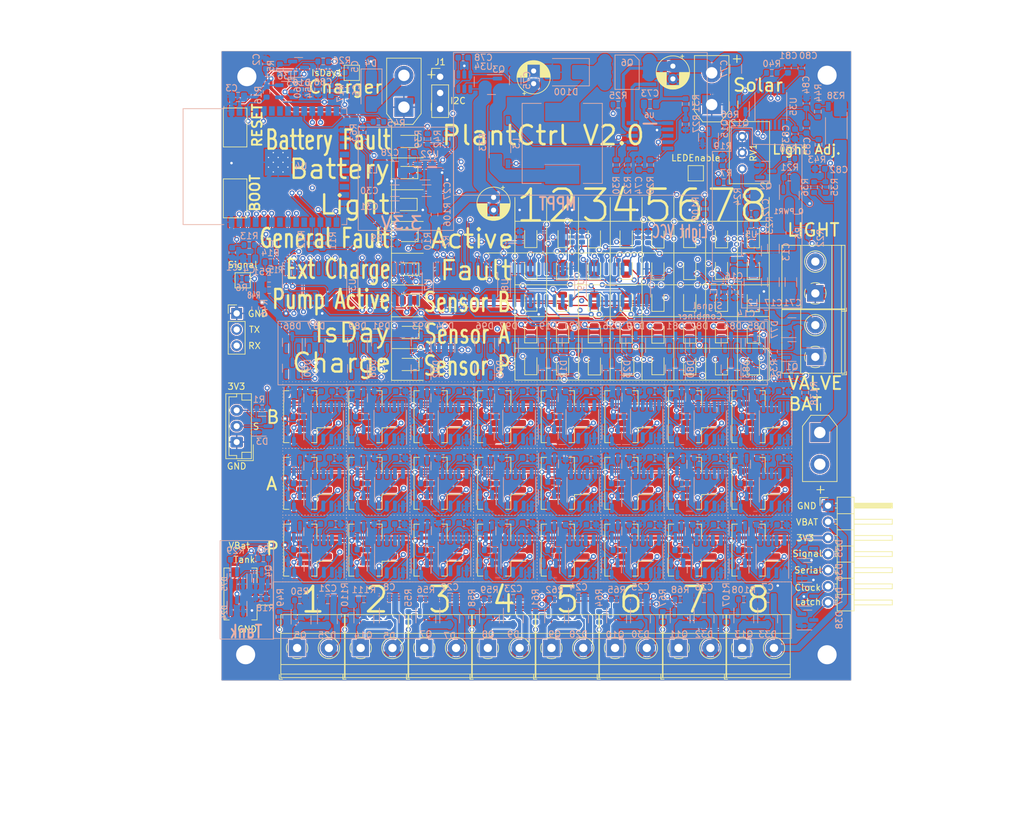
<source format=kicad_pcb>
(kicad_pcb (version 20221018) (generator pcbnew)

  (general
    (thickness 1.6)
  )

  (paper "A4")
  (layers
    (0 "F.Cu" signal)
    (1 "In1.Cu" signal)
    (2 "In2.Cu" signal)
    (31 "B.Cu" signal)
    (32 "B.Adhes" user "B.Adhesive")
    (33 "F.Adhes" user "F.Adhesive")
    (34 "B.Paste" user)
    (35 "F.Paste" user)
    (36 "B.SilkS" user "B.Silkscreen")
    (37 "F.SilkS" user "F.Silkscreen")
    (38 "B.Mask" user)
    (39 "F.Mask" user)
    (40 "Dwgs.User" user "User.Drawings")
    (41 "Cmts.User" user "User.Comments")
    (42 "Eco1.User" user "User.Eco1")
    (43 "Eco2.User" user "User.Eco2")
    (44 "Edge.Cuts" user)
    (45 "Margin" user)
    (46 "B.CrtYd" user "B.Courtyard")
    (47 "F.CrtYd" user "F.Courtyard")
    (48 "B.Fab" user)
    (49 "F.Fab" user)
  )

  (setup
    (stackup
      (layer "F.SilkS" (type "Top Silk Screen"))
      (layer "F.Paste" (type "Top Solder Paste"))
      (layer "F.Mask" (type "Top Solder Mask") (thickness 0.01))
      (layer "F.Cu" (type "copper") (thickness 0.035))
      (layer "dielectric 1" (type "prepreg") (thickness 0.1) (material "FR4") (epsilon_r 4.5) (loss_tangent 0.02))
      (layer "In1.Cu" (type "copper") (thickness 0.035))
      (layer "dielectric 2" (type "core") (thickness 1.24) (material "FR4") (epsilon_r 4.5) (loss_tangent 0.02))
      (layer "In2.Cu" (type "copper") (thickness 0.035))
      (layer "dielectric 3" (type "prepreg") (thickness 0.1) (material "FR4") (epsilon_r 4.5) (loss_tangent 0.02))
      (layer "B.Cu" (type "copper") (thickness 0.035))
      (layer "B.Mask" (type "Bottom Solder Mask") (thickness 0.01))
      (layer "B.Paste" (type "Bottom Solder Paste"))
      (layer "B.SilkS" (type "Bottom Silk Screen"))
      (copper_finish "HAL lead-free")
      (dielectric_constraints no)
    )
    (pad_to_mask_clearance 0.05)
    (aux_axis_origin 68.58 26.67)
    (grid_origin 68.58 26.67)
    (pcbplotparams
      (layerselection 0x003ffff_ffffffff)
      (plot_on_all_layers_selection 0x0000000_00000000)
      (disableapertmacros false)
      (usegerberextensions false)
      (usegerberattributes false)
      (usegerberadvancedattributes false)
      (creategerberjobfile false)
      (dashed_line_dash_ratio 12.000000)
      (dashed_line_gap_ratio 3.000000)
      (svgprecision 4)
      (plotframeref false)
      (viasonmask false)
      (mode 1)
      (useauxorigin false)
      (hpglpennumber 1)
      (hpglpenspeed 20)
      (hpglpendiameter 15.000000)
      (dxfpolygonmode true)
      (dxfimperialunits true)
      (dxfusepcbnewfont true)
      (psnegative false)
      (psa4output false)
      (plotreference true)
      (plotvalue true)
      (plotinvisibletext false)
      (sketchpadsonfab false)
      (subtractmaskfromsilk false)
      (outputformat 1)
      (mirror false)
      (drillshape 0)
      (scaleselection 1)
      (outputdirectory "gerber/")
    )
  )

  (net 0 "")
  (net 1 "Net-(U4-IO0)")
  (net 2 "Net-(U4-EN)")
  (net 3 "VBAT")
  (net 4 "GND")
  (net 5 "Net-(S_A_1-Pin_1)")
  (net 6 "Net-(U10-CV)")
  (net 7 "Net-(D2-A)")
  (net 8 "Net-(D12-A)")
  (net 9 "unconnected-(D12-K-Pad2)")
  (net 10 "3_3V")
  (net 11 "Temp")
  (net 12 "unconnected-(D19-K-Pad2)")
  (net 13 "Net-(S_B_1-Pin_1)")
  (net 14 "Net-(D21-A)")
  (net 15 "Net-(U22-BST)")
  (net 16 "Net-(PUMP2-Pin_1)")
  (net 17 "PUMP_ENABLE")
  (net 18 "TANK_SENSOR")
  (net 19 "Net-(PUMP3-Pin_1)")
  (net 20 "Net-(PUMP4-Pin_1)")
  (net 21 "Net-(PUMP1-Pin_1)")
  (net 22 "Net-(PUMP5-Pin_1)")
  (net 23 "Net-(PUMP6-Pin_1)")
  (net 24 "Net-(PUMP7-Pin_1)")
  (net 25 "Net-(PUMP8-Pin_1)")
  (net 26 "SerialOut")
  (net 27 "Clock")
  (net 28 "Latch")
  (net 29 "Net-(Q1-G)")
  (net 30 "unconnected-(D21-K-Pad2)")
  (net 31 "ESP_RX")
  (net 32 "ESP_TX")
  (net 33 "Net-(Boot1-Pad2)")
  (net 34 "SDA")
  (net 35 "SCL")
  (net 36 "unconnected-(D23-K-Pad2)")
  (net 37 "Net-(D26-A)")
  (net 38 "Net-(D10-K)")
  (net 39 "Net-(Q5-G)")
  (net 40 "unconnected-(D26-K-Pad2)")
  (net 41 "Net-(Q7-G)")
  (net 42 "Net-(Q8-G)")
  (net 43 "Net-(Q9-G)")
  (net 44 "Net-(Q10-G)")
  (net 45 "Net-(Q11-G)")
  (net 46 "Net-(Q4-G)")
  (net 47 "Net-(Q13-G)")
  (net 48 "Net-(Q14-G)")
  (net 49 "Net-(D78-A)")
  (net 50 "Net-(D79-A)")
  (net 51 "Net-(C5-Pad2)")
  (net 52 "unconnected-(D79-K-Pad2)")
  (net 53 "Net-(U11-CV)")
  (net 54 "Net-(D19-A)")
  (net 55 "PUMP1")
  (net 56 "Net-(D23-A)")
  (net 57 "PUMP3")
  (net 58 "Net-(D80-A)")
  (net 59 "Net-(R14-Pad2)")
  (net 60 "PUMP4")
  (net 61 "PUMP5")
  (net 62 "PUMP6")
  (net 63 "PUMP7")
  (net 64 "PUMP8")
  (net 65 "PUMP2")
  (net 66 "unconnected-(U4-SENSOR_VP-Pad4)")
  (net 67 "unconnected-(U4-IO34-Pad6)")
  (net 68 "unconnected-(U4-IO35-Pad7)")
  (net 69 "Net-(D78-K)")
  (net 70 "unconnected-(U4-IO14-Pad13)")
  (net 71 "unconnected-(U4-IO12-Pad14)")
  (net 72 "unconnected-(D80-K-Pad2)")
  (net 73 "unconnected-(U4-SHD{slash}SD2-Pad17)")
  (net 74 "unconnected-(U4-SWP{slash}SD3-Pad18)")
  (net 75 "unconnected-(U4-SCS{slash}CMD-Pad19)")
  (net 76 "unconnected-(U4-SCK{slash}CLK-Pad20)")
  (net 77 "unconnected-(U4-SDO{slash}SD0-Pad21)")
  (net 78 "unconnected-(U4-SDI{slash}SD1-Pad22)")
  (net 79 "unconnected-(U4-IO15-Pad23)")
  (net 80 "unconnected-(U4-IO5-Pad29)")
  (net 81 "SIGNAL")
  (net 82 "SerialIn")
  (net 83 "unconnected-(U4-NC-Pad32)")
  (net 84 "SENSOR1_PUMP_END")
  (net 85 "SENSOR1_A")
  (net 86 "SENSOR1_B")
  (net 87 "SENSOR2_PUMP_END")
  (net 88 "SENSOR2_A")
  (net 89 "SENSOR2_B")
  (net 90 "SENSOR3_PUMP_END")
  (net 91 "SENSOR3_A")
  (net 92 "SENSOR3_B")
  (net 93 "SENSOR4_PUMP_END")
  (net 94 "SENSOR4_A")
  (net 95 "SENSOR4_B")
  (net 96 "SENSOR5_PUMP_END")
  (net 97 "SENSOR5_A")
  (net 98 "SENSOR5_B")
  (net 99 "SENSOR6_PUMP_END")
  (net 100 "SENSOR6_A")
  (net 101 "SENSOR6_B")
  (net 102 "SENSOR7_PUMP_END")
  (net 103 "SENSOR7_A")
  (net 104 "SENSOR7_B")
  (net 105 "SENSOR8_PUMP_END")
  (net 106 "SENSOR8_A")
  (net 107 "SENSOR8_B")
  (net 108 "Net-(D10-A)")
  (net 109 "Net-(D2-K)")
  (net 110 "Net-(S_P_2-Pin_1)")
  (net 111 "Net-(U12-CV)")
  (net 112 "Net-(S_A_2-Pin_1)")
  (net 113 "Net-(U13-CV)")
  (net 114 "Net-(U2-CV)")
  (net 115 "Net-(S_B_2-Pin_1)")
  (net 116 "Net-(U14-CV)")
  (net 117 "Net-(S_P_3-Pin_1)")
  (net 118 "Net-(U15-CV)")
  (net 119 "Net-(S_A_3-Pin_1)")
  (net 120 "Net-(U16-CV)")
  (net 121 "Net-(S_B_3-Pin_1)")
  (net 122 "Net-(U17-CV)")
  (net 123 "Net-(S_P_4-Pin_1)")
  (net 124 "Net-(U18-CV)")
  (net 125 "Net-(S_A_4-Pin_1)")
  (net 126 "Net-(U19-CV)")
  (net 127 "Net-(S_B_4-Pin_1)")
  (net 128 "Net-(U20-CV)")
  (net 129 "Net-(S_P_5-Pin_1)")
  (net 130 "Net-(U21-CV)")
  (net 131 "Net-(S_A_5-Pin_1)")
  (net 132 "Net-(U23-CV)")
  (net 133 "Net-(P_FAULT1-K)")
  (net 134 "Net-(P_FAULT2-K)")
  (net 135 "Net-(P_FAULT3-K)")
  (net 136 "Net-(P_FAULT4-K)")
  (net 137 "Net-(P_FAULT5-K)")
  (net 138 "Net-(P_FAULT6-K)")
  (net 139 "Net-(P_FAULT7-K)")
  (net 140 "Net-(P_FAULT8-K)")
  (net 141 "Net-(S_B_5-Pin_1)")
  (net 142 "Net-(U24-CV)")
  (net 143 "Net-(S_P_6-Pin_1)")
  (net 144 "Net-(U25-CV)")
  (net 145 "Net-(S_A_6-Pin_1)")
  (net 146 "Net-(U26-CV)")
  (net 147 "Net-(S_B_6-Pin_1)")
  (net 148 "Net-(U27-CV)")
  (net 149 "Net-(S_P_7-Pin_1)")
  (net 150 "Net-(U28-CV)")
  (net 151 "Net-(S_A_7-Pin_1)")
  (net 152 "Net-(U29-CV)")
  (net 153 "Net-(S_B_7-Pin_1)")
  (net 154 "Net-(U30-CV)")
  (net 155 "Net-(S_P_8-Pin_1)")
  (net 156 "Net-(U31-CV)")
  (net 157 "Net-(S_A_8-Pin_1)")
  (net 158 "Net-(U32-CV)")
  (net 159 "Net-(S_B_8-Pin_1)")
  (net 160 "Net-(U33-CV)")
  (net 161 "Net-(S_P_1-Pin_1)")
  (net 162 "Net-(S_P_1-Pin_2)")
  (net 163 "Net-(S_A_1-Pin_2)")
  (net 164 "Net-(S_B_1-Pin_2)")
  (net 165 "Net-(S_P_2-Pin_2)")
  (net 166 "Net-(S_A_2-Pin_2)")
  (net 167 "Net-(S_B_2-Pin_2)")
  (net 168 "Net-(S_P_3-Pin_2)")
  (net 169 "Net-(S_A_3-Pin_2)")
  (net 170 "Net-(S_B_3-Pin_2)")
  (net 171 "Net-(S_P_4-Pin_2)")
  (net 172 "Net-(S_A_4-Pin_2)")
  (net 173 "Net-(S_B_4-Pin_2)")
  (net 174 "Net-(S_P_5-Pin_2)")
  (net 175 "Net-(S_A_5-Pin_2)")
  (net 176 "Net-(S_B_5-Pin_2)")
  (net 177 "Net-(S_P_6-Pin_2)")
  (net 178 "Net-(S_A_6-Pin_2)")
  (net 179 "Net-(S_B_6-Pin_2)")
  (net 180 "Net-(S_P_7-Pin_2)")
  (net 181 "Net-(S_A_7-Pin_2)")
  (net 182 "Net-(S_B_7-Pin_2)")
  (net 183 "Net-(S_P_8-Pin_2)")
  (net 184 "Net-(S_A_8-Pin_2)")
  (net 185 "Net-(S_B_8-Pin_2)")
  (net 186 "Net-(D81-A)")
  (net 187 "unconnected-(D81-K-Pad2)")
  (net 188 "Net-(D82-A)")
  (net 189 "unconnected-(D82-K-Pad2)")
  (net 190 "Net-(D83-A)")
  (net 191 "unconnected-(D83-K-Pad2)")
  (net 192 "Net-(D84-A)")
  (net 193 "unconnected-(D84-K-Pad2)")
  (net 194 "Net-(D85-A)")
  (net 195 "unconnected-(D85-K-Pad2)")
  (net 196 "Net-(D86-A)")
  (net 197 "unconnected-(D86-K-Pad2)")
  (net 198 "Net-(D87-A)")
  (net 199 "unconnected-(D87-K-Pad2)")
  (net 200 "Net-(D88-A)")
  (net 201 "unconnected-(D88-K-Pad2)")
  (net 202 "Net-(D89-A)")
  (net 203 "unconnected-(D89-K-Pad2)")
  (net 204 "Net-(D90-A)")
  (net 205 "unconnected-(D90-K-Pad2)")
  (net 206 "Net-(D91-A)")
  (net 207 "unconnected-(D91-K-Pad2)")
  (net 208 "Net-(D92-A)")
  (net 209 "unconnected-(D92-K-Pad2)")
  (net 210 "unconnected-(U2-DIS-Pad7)")
  (net 211 "unconnected-(U10-DIS-Pad7)")
  (net 212 "unconnected-(U11-DIS-Pad7)")
  (net 213 "unconnected-(U12-DIS-Pad7)")
  (net 214 "unconnected-(U13-DIS-Pad7)")
  (net 215 "unconnected-(U14-DIS-Pad7)")
  (net 216 "unconnected-(U15-DIS-Pad7)")
  (net 217 "unconnected-(U16-DIS-Pad7)")
  (net 218 "unconnected-(U17-DIS-Pad7)")
  (net 219 "unconnected-(U18-DIS-Pad7)")
  (net 220 "unconnected-(U19-DIS-Pad7)")
  (net 221 "unconnected-(U20-DIS-Pad7)")
  (net 222 "unconnected-(U21-DIS-Pad7)")
  (net 223 "unconnected-(U23-DIS-Pad7)")
  (net 224 "unconnected-(U24-DIS-Pad7)")
  (net 225 "unconnected-(U25-DIS-Pad7)")
  (net 226 "unconnected-(U26-DIS-Pad7)")
  (net 227 "unconnected-(U27-DIS-Pad7)")
  (net 228 "unconnected-(U28-DIS-Pad7)")
  (net 229 "unconnected-(U29-DIS-Pad7)")
  (net 230 "unconnected-(U30-DIS-Pad7)")
  (net 231 "unconnected-(U31-DIS-Pad7)")
  (net 232 "unconnected-(U32-DIS-Pad7)")
  (net 233 "unconnected-(U33-DIS-Pad7)")
  (net 234 "IsDay")
  (net 235 "S_VIN")
  (net 236 "Net-(D93-A)")
  (net 237 "unconnected-(D93-K-Pad2)")
  (net 238 "Net-(D94-A)")
  (net 239 "unconnected-(D94-K-Pad2)")
  (net 240 "Net-(D95-A)")
  (net 241 "unconnected-(D95-K-Pad2)")
  (net 242 "Net-(D96-A)")
  (net 243 "unconnected-(D96-K-Pad2)")
  (net 244 "Net-(D97-A)")
  (net 245 "unconnected-(D97-K-Pad2)")
  (net 246 "Net-(P_FAULT1-A)")
  (net 247 "Net-(P_FAULT2-A)")
  (net 248 "Net-(P_FAULT3-A)")
  (net 249 "Net-(P_FAULT4-A)")
  (net 250 "Net-(P_FAULT5-A)")
  (net 251 "Net-(P_FAULT6-A)")
  (net 252 "Net-(P_FAULT7-A)")
  (net 253 "Net-(P_FAULT8-A)")
  (net 254 "5K_VBAT")
  (net 255 "1K_GND")
  (net 256 "Net-(U1-QH')")
  (net 257 "Net-(U3-QH')")
  (net 258 "Net-(U7-QH')")
  (net 259 "Net-(U8-QH')")
  (net 260 "/Light_In")
  (net 261 "Net-(U5-BST)")
  (net 262 "Net-(Q2-G)")
  (net 263 "Net-(Q2-D)")
  (net 264 "Net-(Q_PWR1-G)")
  (net 265 "Net-(Q_PWR1-D)")
  (net 266 "LED_ENABLE")
  (net 267 "Net-(I2C3-A)")
  (net 268 "Net-(R24-Pad2)")
  (net 269 "Net-(U5-FB)")
  (net 270 "/Light+")
  (net 271 "Net-(U6-VG)")
  (net 272 "Net-(C74-Pad1)")
  (net 273 "Net-(D98-K)")
  (net 274 "Net-(D98-A)")
  (net 275 "Net-(D100-K)")
  (net 276 "Net-(L3-Pad2)")
  (net 277 "Net-(Q6-G)")
  (net 278 "Net-(U6-MPPT)")
  (net 279 "Net-(U6-COM)")
  (net 280 "Net-(U6-BAT)")
  (net 281 "Net-(U6-FB)")
  (net 282 "Net-(U6-CSP)")
  (net 283 "/3_3IN")
  (net 284 "/Light_cool")
  (net 285 "/3_3V_cool")
  (net 286 "Net-(Q3-S)")
  (net 287 "Net-(U34-VCAP)")
  (net 288 "Net-(Q3-G)")
  (net 289 "Net-(J3-Pin_1)")
  (net 290 "ENABLE_TANK")
  (net 291 "Net-(battery1-Pin_1)")
  (net 292 "Net-(U35-BAT)")
  (net 293 "Net-(U35-SRP)")
  (net 294 "Net-(U35-SRN)")
  (net 295 "Net-(D76-K)")
  (net 296 "Net-(D76-A)")
  (net 297 "Net-(D13-K)")
  (net 298 "Net-(D13-A)")
  (net 299 "Net-(R38-Pad2)")
  (net 300 "Net-(R38-Pad3)")
  (net 301 "BAT_LED")
  (net 302 "BAT_ALERT")
  (net 303 "unconnected-(U35-P6{slash}TS-Pad11)")
  (net 304 "unconnected-(U35-P5{slash}HDQ-Pad12)")
  (net 305 "REG25")
  (net 306 "EXT_3V3")
  (net 307 "EXT_12V")
  (net 308 "Net-(C88-Pad1)")
  (net 309 "Net-(U36-+)")
  (net 310 "Net-(U36--)")
  (net 311 "Net-(D11-A)")
  (net 312 "Net-(U4-IO25)")

  (footprint "Button_Switch_SMD:SW_SPST_CK_RS282G05A3" (layer "F.Cu") (at 172.33 52.67 90))

  (footprint "LED_SMD:LED_0805_2012Metric" (layer "F.Cu") (at 228.83 84.8825 90))

  (footprint "LED_SMD:LED_0805_2012Metric" (layer "F.Cu") (at 233.83 79.8825 90))

  (footprint "Connector_AMASS:AMASS_XT30UPB-M_1x02_P5.0mm_Vertical" (layer "F.Cu") (at 247.28 49.07 90))

  (footprint "LED_SMD:LED_0805_2012Metric" (layer "F.Cu") (at 199.53 74.9575 180))

  (footprint "Button_Switch_SMD:SW_SPST_CK_RS282G05A3" (layer "F.Cu") (at 172.33 63.82 -90))

  (footprint "LED_SMD:LED_0805_2012Metric" (layer "F.Cu") (at 218.83 74.8825 90))

  (footprint "Connector_JST:JST_PH_B2B-PH-SM4-TB_1x02-1MP_P2.00mm_Vertical" (layer "F.Cu") (at 224.83 119.17 90))

  (footprint "LED_SMD:LED_0805_2012Metric" (layer "F.Cu") (at 228.83 74.92 90))

  (footprint "Connector_JST:JST_PH_B2B-PH-SM4-TB_1x02-1MP_P2.00mm_Vertical" (layer "F.Cu") (at 244.83 98.17 90))

  (footprint "LED_SMD:LED_0805_2012Metric" (layer "F.Cu") (at 218.83 79.8825 90))

  (footprint "Connector_AMASS:AMASS_XT30UPB-F_1x02_P5.0mm_Vertical" (layer "F.Cu") (at 264.28 100.67 -90))

  (footprint "LED_SMD:LED_0805_2012Metric" (layer "F.Cu") (at 223.83 79.92 90))

  (footprint "Connector_JST:JST_PH_B2B-PH-SM4-TB_1x02-1MP_P2.00mm_Vertical" (layer "F.Cu") (at 254.83 108.67 90))

  (footprint "TerminalBlock_Phoenix:TerminalBlock_Phoenix_MKDS-1,5-2_1x02_P5.00mm_Horizontal" (layer "F.Cu") (at 232.08 134.575))

  (footprint "TerminalBlock_Phoenix:TerminalBlock_Phoenix_MKDS-1,5-2_1x02_P5.00mm_Horizontal" (layer "F.Cu") (at 242.08 134.575))

  (footprint "TerminalBlock_Phoenix:TerminalBlock_Phoenix_MKDS-1,5-2_1x02_P5.00mm_Horizontal" (layer "F.Cu") (at 263.58 88.77 90))

  (footprint "Connector_JST:JST_PH_B2B-PH-SM4-TB_1x02-1MP_P2.00mm_Vertical" (layer "F.Cu") (at 194.58 98.17 90))

  (footprint "Connector_JST:JST_EH_B3B-EH-A_1x03_P2.50mm_Vertical" (layer "F.Cu") (at 172.58 102.17 90))

  (footprint "LED_SMD:LED_0805_2012Metric" (layer "F.Cu") (at 238.83 84.92 90))

  (footprint "LED_SMD:LED_0805_2012Metric" (layer "F.Cu") (at 199.43 69.6575 180))

  (footprint "Connector_PinHeader_2.54mm:PinHeader_1x07_P2.54mm_Horizontal" (layer "F.Cu") (at 265.58 112.17))

  (footprint "LED_SMD:LED_0805_2012Metric" (layer "F.Cu") (at 243.83 69.8825 90))

  (footprint "Connector_JST:JST_PH_B2B-PH-SM4-TB_1x02-1MP_P2.00mm_Vertical" (layer "F.Cu") (at 244.83 119.17 90))

  (footprint "LED_SMD:LED_0805_2012Metric" (layer "F.Cu") (at 233.83 74.8825 90))

  (footprint "LED_SMD:LED_0805_2012Metric" (layer "F.Cu") (at 233.83 84.92 90))

  (footprint "LED_SMD:LED_0805_2012Metric" (layer "F.Cu") (at 243.83 74.92 90))

  (footprint "Connector_JST:JST_PH_B2B-PH-SM4-TB_1x02-1MP_P2.00mm_Vertical" (layer "F.Cu") (at 224.83 108.67 90))

  (footprint "LED_SMD:LED_0805_2012Metric" (layer "F.Cu") (at 218.83 84.8825 90))

  (footprint "TerminalBlock_Phoenix:TerminalBlock_Phoenix_MKDS-1,5-2_1x02_P5.00mm_Horizontal" (layer "F.Cu") (at 222.08 134.575))

  (footprint "LED_SMD:LED_0805_2012Metric" (layer "F.Cu") (at 224.08 69.8825 90))

  (footprint "LED_SMD:LED_0805_2012Metric" (layer "F.Cu") (at 199.38 59.7575 180))

  (footprint "Connector_JST:JST_PH_B2B-PH-SM4-TB_1x02-1MP_P2.00mm_Vertical" (layer "F.Cu") (at 184.33 119.17 90))

  (footprint "LED_SMD:LED_0805_2012Metric" (layer "F.Cu") (at 218.83 89.8825 90))

  (footprint "LED_SMD:LED_0805_2012Metric" (layer "F.Cu") (at 248.83 84.8825 90))

  (footprint "TestPoint:TestPoint_Pad_2.0x2.0mm" (layer "F.Cu") (at 244.78 59.87 180))

  (footprint "TerminalBlock_Phoenix:TerminalBlock_Phoenix_MKDS-1,5-2_1x02_P5.00
... [6017127 chars truncated]
</source>
